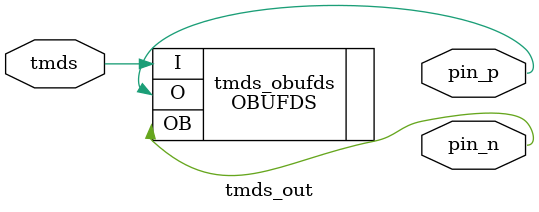
<source format=sv>

`default_nettype none
`timescale 1ns / 1ps


module tmds_out (
    input  wire logic tmds,     // TMDS signal
    output      logic pin_p,    // positive differential signal pin
    output      logic pin_n     // negative differential signal pin
    );

    OBUFDS #(.IOSTANDARD("TMDS_33"))
        tmds_obufds (.I(tmds), .O(pin_p), .OB(pin_n));

endmodule

</source>
